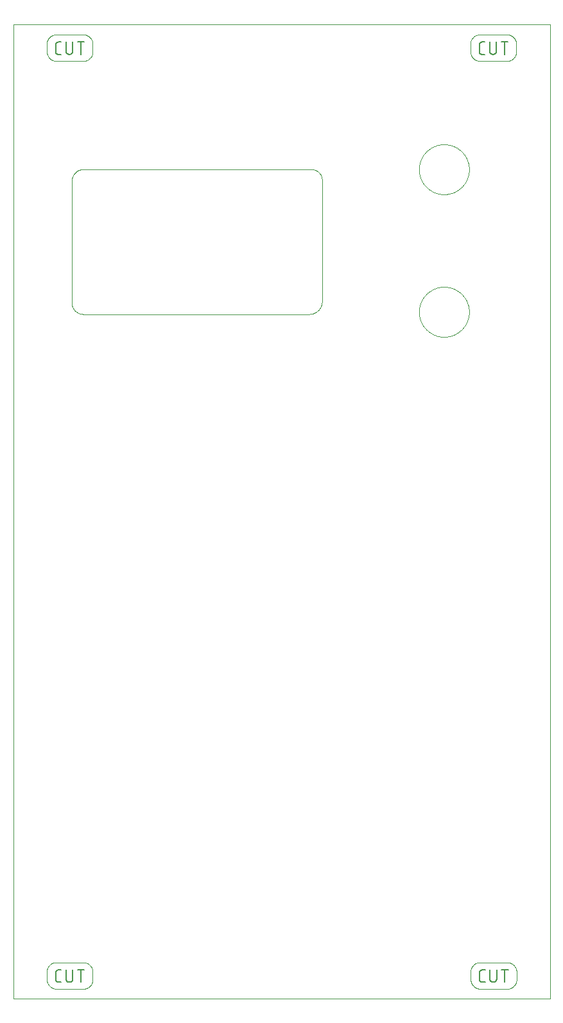
<source format=gbp>
G75*
%MOIN*%
%OFA0B0*%
%FSLAX25Y25*%
%IPPOS*%
%LPD*%
%AMOC8*
5,1,8,0,0,1.08239X$1,22.5*
%
%ADD10C,0.00000*%
%ADD11C,0.00600*%
D10*
X0003589Y0001000D02*
X0003589Y0507000D01*
X0282195Y0507000D01*
X0282195Y0001000D01*
X0003589Y0001000D01*
X0020912Y0011157D02*
X0020912Y0013205D01*
X0020912Y0015016D01*
X0020914Y0015153D01*
X0020920Y0015290D01*
X0020930Y0015427D01*
X0020943Y0015564D01*
X0020961Y0015700D01*
X0020982Y0015835D01*
X0021008Y0015970D01*
X0021037Y0016104D01*
X0021070Y0016237D01*
X0021107Y0016369D01*
X0021147Y0016500D01*
X0021191Y0016630D01*
X0021239Y0016759D01*
X0021291Y0016886D01*
X0021346Y0017011D01*
X0021405Y0017135D01*
X0021467Y0017257D01*
X0021533Y0017378D01*
X0021602Y0017496D01*
X0021674Y0017613D01*
X0021750Y0017727D01*
X0021829Y0017839D01*
X0021911Y0017949D01*
X0021997Y0018056D01*
X0022085Y0018161D01*
X0022176Y0018264D01*
X0022271Y0018363D01*
X0022368Y0018460D01*
X0022467Y0018555D01*
X0022570Y0018646D01*
X0022675Y0018734D01*
X0022782Y0018820D01*
X0022892Y0018902D01*
X0023004Y0018981D01*
X0023118Y0019057D01*
X0023235Y0019129D01*
X0023353Y0019198D01*
X0023474Y0019264D01*
X0023596Y0019326D01*
X0023720Y0019385D01*
X0023845Y0019440D01*
X0023972Y0019492D01*
X0024101Y0019540D01*
X0024231Y0019584D01*
X0024362Y0019624D01*
X0024494Y0019661D01*
X0024627Y0019694D01*
X0024761Y0019723D01*
X0024896Y0019749D01*
X0025031Y0019770D01*
X0025167Y0019788D01*
X0025304Y0019801D01*
X0025441Y0019811D01*
X0025578Y0019817D01*
X0025715Y0019819D01*
X0039809Y0019819D01*
X0039948Y0019817D01*
X0040087Y0019811D01*
X0040226Y0019801D01*
X0040364Y0019788D01*
X0040502Y0019770D01*
X0040640Y0019749D01*
X0040777Y0019724D01*
X0040913Y0019695D01*
X0041048Y0019662D01*
X0041182Y0019625D01*
X0041316Y0019585D01*
X0041448Y0019541D01*
X0041578Y0019493D01*
X0041707Y0019441D01*
X0041835Y0019386D01*
X0041961Y0019328D01*
X0042086Y0019266D01*
X0042209Y0019200D01*
X0042330Y0019131D01*
X0042448Y0019059D01*
X0042565Y0018983D01*
X0042680Y0018904D01*
X0042792Y0018822D01*
X0042902Y0018737D01*
X0043010Y0018648D01*
X0043115Y0018557D01*
X0043217Y0018463D01*
X0043317Y0018366D01*
X0043414Y0018266D01*
X0043508Y0018164D01*
X0043599Y0018059D01*
X0043688Y0017951D01*
X0043773Y0017841D01*
X0043855Y0017729D01*
X0043934Y0017614D01*
X0044010Y0017497D01*
X0044082Y0017379D01*
X0044151Y0017258D01*
X0044217Y0017135D01*
X0044279Y0017010D01*
X0044337Y0016884D01*
X0044392Y0016756D01*
X0044444Y0016627D01*
X0044492Y0016497D01*
X0044536Y0016365D01*
X0044576Y0016231D01*
X0044613Y0016097D01*
X0044646Y0015962D01*
X0044675Y0015826D01*
X0044700Y0015689D01*
X0044721Y0015551D01*
X0044739Y0015413D01*
X0044752Y0015275D01*
X0044762Y0015136D01*
X0044768Y0014997D01*
X0044770Y0014858D01*
X0044770Y0013165D01*
X0044770Y0011000D01*
X0044768Y0010861D01*
X0044762Y0010722D01*
X0044752Y0010583D01*
X0044739Y0010445D01*
X0044721Y0010307D01*
X0044700Y0010169D01*
X0044675Y0010032D01*
X0044646Y0009896D01*
X0044613Y0009761D01*
X0044576Y0009627D01*
X0044536Y0009493D01*
X0044492Y0009361D01*
X0044444Y0009231D01*
X0044392Y0009102D01*
X0044337Y0008974D01*
X0044279Y0008848D01*
X0044217Y0008723D01*
X0044151Y0008600D01*
X0044082Y0008479D01*
X0044010Y0008361D01*
X0043934Y0008244D01*
X0043855Y0008129D01*
X0043773Y0008017D01*
X0043688Y0007907D01*
X0043599Y0007799D01*
X0043508Y0007694D01*
X0043414Y0007592D01*
X0043317Y0007492D01*
X0043217Y0007395D01*
X0043115Y0007301D01*
X0043010Y0007210D01*
X0042902Y0007121D01*
X0042792Y0007036D01*
X0042680Y0006954D01*
X0042565Y0006875D01*
X0042448Y0006799D01*
X0042330Y0006727D01*
X0042209Y0006658D01*
X0042086Y0006592D01*
X0041961Y0006530D01*
X0041835Y0006472D01*
X0041707Y0006417D01*
X0041578Y0006365D01*
X0041448Y0006317D01*
X0041316Y0006273D01*
X0041182Y0006233D01*
X0041048Y0006196D01*
X0040913Y0006163D01*
X0040777Y0006134D01*
X0040640Y0006109D01*
X0040502Y0006088D01*
X0040364Y0006070D01*
X0040226Y0006057D01*
X0040087Y0006047D01*
X0039948Y0006041D01*
X0039809Y0006039D01*
X0026030Y0006039D01*
X0025889Y0006041D01*
X0025748Y0006047D01*
X0025607Y0006056D01*
X0025467Y0006070D01*
X0025327Y0006088D01*
X0025188Y0006109D01*
X0025049Y0006134D01*
X0024911Y0006163D01*
X0024774Y0006196D01*
X0024637Y0006232D01*
X0024502Y0006272D01*
X0024368Y0006316D01*
X0024235Y0006364D01*
X0024104Y0006415D01*
X0023974Y0006470D01*
X0023846Y0006529D01*
X0023719Y0006590D01*
X0023594Y0006656D01*
X0023471Y0006725D01*
X0023350Y0006797D01*
X0023231Y0006872D01*
X0023114Y0006951D01*
X0022999Y0007033D01*
X0022886Y0007118D01*
X0022776Y0007206D01*
X0022669Y0007297D01*
X0022564Y0007392D01*
X0022461Y0007489D01*
X0022362Y0007588D01*
X0022265Y0007691D01*
X0022170Y0007796D01*
X0022079Y0007903D01*
X0021991Y0008013D01*
X0021906Y0008126D01*
X0021824Y0008241D01*
X0021745Y0008358D01*
X0021670Y0008477D01*
X0021598Y0008598D01*
X0021529Y0008721D01*
X0021463Y0008846D01*
X0021402Y0008973D01*
X0021343Y0009101D01*
X0021288Y0009231D01*
X0021237Y0009362D01*
X0021189Y0009495D01*
X0021145Y0009629D01*
X0021105Y0009764D01*
X0021069Y0009901D01*
X0021036Y0010038D01*
X0021007Y0010176D01*
X0020982Y0010315D01*
X0020961Y0010454D01*
X0020943Y0010594D01*
X0020929Y0010734D01*
X0020920Y0010875D01*
X0020914Y0011016D01*
X0020912Y0011157D01*
X0039809Y0356512D02*
X0157132Y0356512D01*
X0157294Y0356514D01*
X0157455Y0356520D01*
X0157617Y0356530D01*
X0157778Y0356543D01*
X0157939Y0356561D01*
X0158099Y0356582D01*
X0158259Y0356608D01*
X0158418Y0356637D01*
X0158576Y0356670D01*
X0158734Y0356706D01*
X0158890Y0356747D01*
X0159046Y0356791D01*
X0159200Y0356840D01*
X0159353Y0356891D01*
X0159505Y0356947D01*
X0159656Y0357006D01*
X0159805Y0357069D01*
X0159952Y0357135D01*
X0160098Y0357205D01*
X0160242Y0357279D01*
X0160385Y0357356D01*
X0160525Y0357436D01*
X0160663Y0357520D01*
X0160800Y0357607D01*
X0160934Y0357697D01*
X0161066Y0357790D01*
X0161196Y0357887D01*
X0161323Y0357987D01*
X0161448Y0358089D01*
X0161570Y0358195D01*
X0161690Y0358304D01*
X0161807Y0358415D01*
X0161922Y0358530D01*
X0162033Y0358647D01*
X0162142Y0358767D01*
X0162248Y0358889D01*
X0162350Y0359014D01*
X0162450Y0359141D01*
X0162547Y0359271D01*
X0162640Y0359403D01*
X0162730Y0359537D01*
X0162817Y0359674D01*
X0162901Y0359812D01*
X0162981Y0359952D01*
X0163058Y0360095D01*
X0163132Y0360239D01*
X0163202Y0360385D01*
X0163268Y0360532D01*
X0163331Y0360681D01*
X0163390Y0360832D01*
X0163446Y0360984D01*
X0163497Y0361137D01*
X0163546Y0361291D01*
X0163590Y0361447D01*
X0163631Y0361603D01*
X0163667Y0361761D01*
X0163700Y0361919D01*
X0163729Y0362078D01*
X0163755Y0362238D01*
X0163776Y0362398D01*
X0163794Y0362559D01*
X0163807Y0362720D01*
X0163817Y0362882D01*
X0163823Y0363043D01*
X0163825Y0363205D01*
X0163825Y0424622D01*
X0163825Y0426197D01*
X0163823Y0426344D01*
X0163817Y0426490D01*
X0163807Y0426637D01*
X0163794Y0426783D01*
X0163776Y0426929D01*
X0163755Y0427074D01*
X0163730Y0427218D01*
X0163700Y0427362D01*
X0163668Y0427505D01*
X0163631Y0427647D01*
X0163590Y0427788D01*
X0163546Y0427928D01*
X0163498Y0428067D01*
X0163447Y0428204D01*
X0163391Y0428340D01*
X0163332Y0428475D01*
X0163270Y0428607D01*
X0163204Y0428739D01*
X0163135Y0428868D01*
X0163062Y0428995D01*
X0162986Y0429121D01*
X0162906Y0429244D01*
X0162823Y0429365D01*
X0162738Y0429484D01*
X0162648Y0429601D01*
X0162556Y0429715D01*
X0162461Y0429827D01*
X0162363Y0429936D01*
X0162262Y0430042D01*
X0162158Y0430146D01*
X0162052Y0430247D01*
X0161943Y0430345D01*
X0161831Y0430440D01*
X0161717Y0430532D01*
X0161600Y0430622D01*
X0161481Y0430707D01*
X0161360Y0430790D01*
X0161237Y0430870D01*
X0161111Y0430946D01*
X0160984Y0431019D01*
X0160855Y0431088D01*
X0160723Y0431154D01*
X0160591Y0431216D01*
X0160456Y0431275D01*
X0160320Y0431331D01*
X0160183Y0431382D01*
X0160044Y0431430D01*
X0159904Y0431474D01*
X0159763Y0431515D01*
X0159621Y0431552D01*
X0159478Y0431584D01*
X0159334Y0431614D01*
X0159190Y0431639D01*
X0159045Y0431660D01*
X0158899Y0431678D01*
X0158753Y0431691D01*
X0158606Y0431701D01*
X0158460Y0431707D01*
X0158313Y0431709D01*
X0039809Y0431709D01*
X0039657Y0431707D01*
X0039505Y0431701D01*
X0039353Y0431691D01*
X0039202Y0431678D01*
X0039051Y0431660D01*
X0038900Y0431639D01*
X0038750Y0431613D01*
X0038601Y0431584D01*
X0038452Y0431551D01*
X0038305Y0431514D01*
X0038158Y0431474D01*
X0038013Y0431429D01*
X0037869Y0431381D01*
X0037726Y0431329D01*
X0037584Y0431274D01*
X0037444Y0431215D01*
X0037305Y0431152D01*
X0037168Y0431086D01*
X0037033Y0431016D01*
X0036900Y0430943D01*
X0036769Y0430866D01*
X0036639Y0430786D01*
X0036512Y0430703D01*
X0036387Y0430617D01*
X0036264Y0430527D01*
X0036144Y0430434D01*
X0036026Y0430338D01*
X0035910Y0430239D01*
X0035797Y0430137D01*
X0035687Y0430033D01*
X0035579Y0429925D01*
X0035475Y0429815D01*
X0035373Y0429702D01*
X0035274Y0429586D01*
X0035178Y0429468D01*
X0035085Y0429348D01*
X0034995Y0429225D01*
X0034909Y0429100D01*
X0034826Y0428973D01*
X0034746Y0428843D01*
X0034669Y0428712D01*
X0034596Y0428579D01*
X0034526Y0428444D01*
X0034460Y0428307D01*
X0034397Y0428168D01*
X0034338Y0428028D01*
X0034283Y0427886D01*
X0034231Y0427743D01*
X0034183Y0427599D01*
X0034138Y0427454D01*
X0034098Y0427307D01*
X0034061Y0427160D01*
X0034028Y0427011D01*
X0033999Y0426862D01*
X0033973Y0426712D01*
X0033952Y0426561D01*
X0033934Y0426410D01*
X0033921Y0426259D01*
X0033911Y0426107D01*
X0033905Y0425955D01*
X0033903Y0425803D01*
X0033904Y0425803D02*
X0033904Y0425016D01*
X0033904Y0363205D01*
X0033903Y0363205D02*
X0033886Y0363053D01*
X0033873Y0362901D01*
X0033864Y0362748D01*
X0033858Y0362595D01*
X0033857Y0362442D01*
X0033860Y0362290D01*
X0033866Y0362137D01*
X0033876Y0361984D01*
X0033891Y0361832D01*
X0033909Y0361680D01*
X0033931Y0361529D01*
X0033957Y0361378D01*
X0033987Y0361228D01*
X0034020Y0361079D01*
X0034058Y0360931D01*
X0034099Y0360784D01*
X0034144Y0360637D01*
X0034193Y0360493D01*
X0034245Y0360349D01*
X0034302Y0360207D01*
X0034361Y0360066D01*
X0034425Y0359927D01*
X0034492Y0359789D01*
X0034562Y0359654D01*
X0034636Y0359520D01*
X0034714Y0359388D01*
X0034794Y0359258D01*
X0034878Y0359130D01*
X0034966Y0359005D01*
X0035056Y0358881D01*
X0035150Y0358760D01*
X0035246Y0358642D01*
X0035346Y0358526D01*
X0035449Y0358413D01*
X0035554Y0358302D01*
X0035662Y0358194D01*
X0035773Y0358089D01*
X0035887Y0357987D01*
X0036004Y0357887D01*
X0036122Y0357791D01*
X0036244Y0357698D01*
X0036367Y0357608D01*
X0036493Y0357521D01*
X0036621Y0357438D01*
X0036751Y0357357D01*
X0036884Y0357281D01*
X0037018Y0357207D01*
X0037154Y0357137D01*
X0037291Y0357071D01*
X0037431Y0357008D01*
X0037572Y0356949D01*
X0037714Y0356893D01*
X0037858Y0356841D01*
X0038003Y0356793D01*
X0038149Y0356748D01*
X0038297Y0356707D01*
X0038445Y0356670D01*
X0038594Y0356637D01*
X0038744Y0356608D01*
X0038895Y0356583D01*
X0039047Y0356561D01*
X0039198Y0356543D01*
X0039351Y0356530D01*
X0039503Y0356520D01*
X0039656Y0356514D01*
X0039809Y0356512D01*
X0039809Y0487929D02*
X0026030Y0487929D01*
X0025889Y0487931D01*
X0025748Y0487937D01*
X0025607Y0487946D01*
X0025467Y0487960D01*
X0025327Y0487978D01*
X0025188Y0487999D01*
X0025049Y0488024D01*
X0024911Y0488053D01*
X0024774Y0488086D01*
X0024637Y0488122D01*
X0024502Y0488162D01*
X0024368Y0488206D01*
X0024235Y0488254D01*
X0024104Y0488305D01*
X0023974Y0488360D01*
X0023846Y0488419D01*
X0023719Y0488480D01*
X0023594Y0488546D01*
X0023471Y0488615D01*
X0023350Y0488687D01*
X0023231Y0488762D01*
X0023114Y0488841D01*
X0022999Y0488923D01*
X0022886Y0489008D01*
X0022776Y0489096D01*
X0022669Y0489187D01*
X0022564Y0489282D01*
X0022461Y0489379D01*
X0022362Y0489478D01*
X0022265Y0489581D01*
X0022170Y0489686D01*
X0022079Y0489793D01*
X0021991Y0489903D01*
X0021906Y0490016D01*
X0021824Y0490131D01*
X0021745Y0490248D01*
X0021670Y0490367D01*
X0021598Y0490488D01*
X0021529Y0490611D01*
X0021463Y0490736D01*
X0021402Y0490863D01*
X0021343Y0490991D01*
X0021288Y0491121D01*
X0021237Y0491252D01*
X0021189Y0491385D01*
X0021145Y0491519D01*
X0021105Y0491654D01*
X0021069Y0491791D01*
X0021036Y0491928D01*
X0021007Y0492066D01*
X0020982Y0492205D01*
X0020961Y0492344D01*
X0020943Y0492484D01*
X0020929Y0492624D01*
X0020920Y0492765D01*
X0020914Y0492906D01*
X0020912Y0493047D01*
X0020912Y0495094D01*
X0020912Y0496906D01*
X0020914Y0497043D01*
X0020920Y0497180D01*
X0020930Y0497317D01*
X0020943Y0497454D01*
X0020961Y0497590D01*
X0020982Y0497725D01*
X0021008Y0497860D01*
X0021037Y0497994D01*
X0021070Y0498127D01*
X0021107Y0498259D01*
X0021147Y0498390D01*
X0021191Y0498520D01*
X0021239Y0498649D01*
X0021291Y0498776D01*
X0021346Y0498901D01*
X0021405Y0499025D01*
X0021467Y0499147D01*
X0021533Y0499268D01*
X0021602Y0499386D01*
X0021674Y0499503D01*
X0021750Y0499617D01*
X0021829Y0499729D01*
X0021911Y0499839D01*
X0021997Y0499946D01*
X0022085Y0500051D01*
X0022176Y0500154D01*
X0022271Y0500253D01*
X0022368Y0500350D01*
X0022467Y0500445D01*
X0022570Y0500536D01*
X0022675Y0500624D01*
X0022782Y0500710D01*
X0022892Y0500792D01*
X0023004Y0500871D01*
X0023118Y0500947D01*
X0023235Y0501019D01*
X0023353Y0501088D01*
X0023474Y0501154D01*
X0023596Y0501216D01*
X0023720Y0501275D01*
X0023845Y0501330D01*
X0023972Y0501382D01*
X0024101Y0501430D01*
X0024231Y0501474D01*
X0024362Y0501514D01*
X0024494Y0501551D01*
X0024627Y0501584D01*
X0024761Y0501613D01*
X0024896Y0501639D01*
X0025031Y0501660D01*
X0025167Y0501678D01*
X0025304Y0501691D01*
X0025441Y0501701D01*
X0025578Y0501707D01*
X0025715Y0501709D01*
X0039809Y0501709D01*
X0039948Y0501707D01*
X0040087Y0501701D01*
X0040226Y0501691D01*
X0040364Y0501678D01*
X0040502Y0501660D01*
X0040640Y0501639D01*
X0040777Y0501614D01*
X0040913Y0501585D01*
X0041048Y0501552D01*
X0041182Y0501515D01*
X0041316Y0501475D01*
X0041448Y0501431D01*
X0041578Y0501383D01*
X0041707Y0501331D01*
X0041835Y0501276D01*
X0041961Y0501218D01*
X0042086Y0501156D01*
X0042209Y0501090D01*
X0042330Y0501021D01*
X0042448Y0500949D01*
X0042565Y0500873D01*
X0042680Y0500794D01*
X0042792Y0500712D01*
X0042902Y0500627D01*
X0043010Y0500538D01*
X0043115Y0500447D01*
X0043217Y0500353D01*
X0043317Y0500256D01*
X0043414Y0500156D01*
X0043508Y0500054D01*
X0043599Y0499949D01*
X0043688Y0499841D01*
X0043773Y0499731D01*
X0043855Y0499619D01*
X0043934Y0499504D01*
X0044010Y0499387D01*
X0044082Y0499269D01*
X0044151Y0499148D01*
X0044217Y0499025D01*
X0044279Y0498900D01*
X0044337Y0498774D01*
X0044392Y0498646D01*
X0044444Y0498517D01*
X0044492Y0498387D01*
X0044536Y0498255D01*
X0044576Y0498121D01*
X0044613Y0497987D01*
X0044646Y0497852D01*
X0044675Y0497716D01*
X0044700Y0497579D01*
X0044721Y0497441D01*
X0044739Y0497303D01*
X0044752Y0497165D01*
X0044762Y0497026D01*
X0044768Y0496887D01*
X0044770Y0496748D01*
X0044770Y0495055D01*
X0044770Y0492890D01*
X0044768Y0492751D01*
X0044762Y0492612D01*
X0044752Y0492473D01*
X0044739Y0492335D01*
X0044721Y0492197D01*
X0044700Y0492059D01*
X0044675Y0491922D01*
X0044646Y0491786D01*
X0044613Y0491651D01*
X0044576Y0491517D01*
X0044536Y0491383D01*
X0044492Y0491251D01*
X0044444Y0491121D01*
X0044392Y0490992D01*
X0044337Y0490864D01*
X0044279Y0490738D01*
X0044217Y0490613D01*
X0044151Y0490490D01*
X0044082Y0490369D01*
X0044010Y0490251D01*
X0043934Y0490134D01*
X0043855Y0490019D01*
X0043773Y0489907D01*
X0043688Y0489797D01*
X0043599Y0489689D01*
X0043508Y0489584D01*
X0043414Y0489482D01*
X0043317Y0489382D01*
X0043217Y0489285D01*
X0043115Y0489191D01*
X0043010Y0489100D01*
X0042902Y0489011D01*
X0042792Y0488926D01*
X0042680Y0488844D01*
X0042565Y0488765D01*
X0042448Y0488689D01*
X0042330Y0488617D01*
X0042209Y0488548D01*
X0042086Y0488482D01*
X0041961Y0488420D01*
X0041835Y0488362D01*
X0041707Y0488307D01*
X0041578Y0488255D01*
X0041448Y0488207D01*
X0041316Y0488163D01*
X0041182Y0488123D01*
X0041048Y0488086D01*
X0040913Y0488053D01*
X0040777Y0488024D01*
X0040640Y0487999D01*
X0040502Y0487978D01*
X0040364Y0487960D01*
X0040226Y0487947D01*
X0040087Y0487937D01*
X0039948Y0487931D01*
X0039809Y0487929D01*
X0214219Y0431709D02*
X0214223Y0432028D01*
X0214235Y0432346D01*
X0214254Y0432665D01*
X0214282Y0432982D01*
X0214317Y0433299D01*
X0214360Y0433615D01*
X0214410Y0433930D01*
X0214469Y0434244D01*
X0214535Y0434556D01*
X0214608Y0434866D01*
X0214690Y0435174D01*
X0214778Y0435480D01*
X0214875Y0435784D01*
X0214978Y0436086D01*
X0215090Y0436385D01*
X0215208Y0436681D01*
X0215334Y0436974D01*
X0215466Y0437264D01*
X0215606Y0437550D01*
X0215753Y0437833D01*
X0215907Y0438113D01*
X0216067Y0438388D01*
X0216235Y0438660D01*
X0216409Y0438927D01*
X0216589Y0439190D01*
X0216776Y0439448D01*
X0216969Y0439702D01*
X0217168Y0439951D01*
X0217373Y0440195D01*
X0217585Y0440434D01*
X0217802Y0440668D01*
X0218024Y0440896D01*
X0218252Y0441118D01*
X0218486Y0441335D01*
X0218725Y0441547D01*
X0218969Y0441752D01*
X0219218Y0441951D01*
X0219472Y0442144D01*
X0219730Y0442331D01*
X0219993Y0442511D01*
X0220260Y0442685D01*
X0220532Y0442853D01*
X0220807Y0443013D01*
X0221087Y0443167D01*
X0221370Y0443314D01*
X0221656Y0443454D01*
X0221946Y0443586D01*
X0222239Y0443712D01*
X0222535Y0443830D01*
X0222834Y0443942D01*
X0223136Y0444045D01*
X0223440Y0444142D01*
X0223746Y0444230D01*
X0224054Y0444312D01*
X0224364Y0444385D01*
X0224676Y0444451D01*
X0224990Y0444510D01*
X0225305Y0444560D01*
X0225621Y0444603D01*
X0225938Y0444638D01*
X0226255Y0444666D01*
X0226574Y0444685D01*
X0226892Y0444697D01*
X0227211Y0444701D01*
X0227530Y0444697D01*
X0227848Y0444685D01*
X0228167Y0444666D01*
X0228484Y0444638D01*
X0228801Y0444603D01*
X0229117Y0444560D01*
X0229432Y0444510D01*
X0229746Y0444451D01*
X0230058Y0444385D01*
X0230368Y0444312D01*
X0230676Y0444230D01*
X0230982Y0444142D01*
X0231286Y0444045D01*
X0231588Y0443942D01*
X0231887Y0443830D01*
X0232183Y0443712D01*
X0232476Y0443586D01*
X0232766Y0443454D01*
X0233052Y0443314D01*
X0233335Y0443167D01*
X0233615Y0443013D01*
X0233890Y0442853D01*
X0234162Y0442685D01*
X0234429Y0442511D01*
X0234692Y0442331D01*
X0234950Y0442144D01*
X0235204Y0441951D01*
X0235453Y0441752D01*
X0235697Y0441547D01*
X0235936Y0441335D01*
X0236170Y0441118D01*
X0236398Y0440896D01*
X0236620Y0440668D01*
X0236837Y0440434D01*
X0237049Y0440195D01*
X0237254Y0439951D01*
X0237453Y0439702D01*
X0237646Y0439448D01*
X0237833Y0439190D01*
X0238013Y0438927D01*
X0238187Y0438660D01*
X0238355Y0438388D01*
X0238515Y0438113D01*
X0238669Y0437833D01*
X0238816Y0437550D01*
X0238956Y0437264D01*
X0239088Y0436974D01*
X0239214Y0436681D01*
X0239332Y0436385D01*
X0239444Y0436086D01*
X0239547Y0435784D01*
X0239644Y0435480D01*
X0239732Y0435174D01*
X0239814Y0434866D01*
X0239887Y0434556D01*
X0239953Y0434244D01*
X0240012Y0433930D01*
X0240062Y0433615D01*
X0240105Y0433299D01*
X0240140Y0432982D01*
X0240168Y0432665D01*
X0240187Y0432346D01*
X0240199Y0432028D01*
X0240203Y0431709D01*
X0240199Y0431390D01*
X0240187Y0431072D01*
X0240168Y0430753D01*
X0240140Y0430436D01*
X0240105Y0430119D01*
X0240062Y0429803D01*
X0240012Y0429488D01*
X0239953Y0429174D01*
X0239887Y0428862D01*
X0239814Y0428552D01*
X0239732Y0428244D01*
X0239644Y0427938D01*
X0239547Y0427634D01*
X0239444Y0427332D01*
X0239332Y0427033D01*
X0239214Y0426737D01*
X0239088Y0426444D01*
X0238956Y0426154D01*
X0238816Y0425868D01*
X0238669Y0425585D01*
X0238515Y0425305D01*
X0238355Y0425030D01*
X0238187Y0424758D01*
X0238013Y0424491D01*
X0237833Y0424228D01*
X0237646Y0423970D01*
X0237453Y0423716D01*
X0237254Y0423467D01*
X0237049Y0423223D01*
X0236837Y0422984D01*
X0236620Y0422750D01*
X0236398Y0422522D01*
X0236170Y0422300D01*
X0235936Y0422083D01*
X0235697Y0421871D01*
X0235453Y0421666D01*
X0235204Y0421467D01*
X0234950Y0421274D01*
X0234692Y0421087D01*
X0234429Y0420907D01*
X0234162Y0420733D01*
X0233890Y0420565D01*
X0233615Y0420405D01*
X0233335Y0420251D01*
X0233052Y0420104D01*
X0232766Y0419964D01*
X0232476Y0419832D01*
X0232183Y0419706D01*
X0231887Y0419588D01*
X0231588Y0419476D01*
X0231286Y0419373D01*
X0230982Y0419276D01*
X0230676Y0419188D01*
X0230368Y0419106D01*
X0230058Y0419033D01*
X0229746Y0418967D01*
X0229432Y0418908D01*
X0229117Y0418858D01*
X0228801Y0418815D01*
X0228484Y0418780D01*
X0228167Y0418752D01*
X0227848Y0418733D01*
X0227530Y0418721D01*
X0227211Y0418717D01*
X0226892Y0418721D01*
X0226574Y0418733D01*
X0226255Y0418752D01*
X0225938Y0418780D01*
X0225621Y0418815D01*
X0225305Y0418858D01*
X0224990Y0418908D01*
X0224676Y0418967D01*
X0224364Y0419033D01*
X0224054Y0419106D01*
X0223746Y0419188D01*
X0223440Y0419276D01*
X0223136Y0419373D01*
X0222834Y0419476D01*
X0222535Y0419588D01*
X0222239Y0419706D01*
X0221946Y0419832D01*
X0221656Y0419964D01*
X0221370Y0420104D01*
X0221087Y0420251D01*
X0220807Y0420405D01*
X0220532Y0420565D01*
X0220260Y0420733D01*
X0219993Y0420907D01*
X0219730Y0421087D01*
X0219472Y0421274D01*
X0219218Y0421467D01*
X0218969Y0421666D01*
X0218725Y0421871D01*
X0218486Y0422083D01*
X0218252Y0422300D01*
X0218024Y0422522D01*
X0217802Y0422750D01*
X0217585Y0422984D01*
X0217373Y0423223D01*
X0217168Y0423467D01*
X0216969Y0423716D01*
X0216776Y0423970D01*
X0216589Y0424228D01*
X0216409Y0424491D01*
X0216235Y0424758D01*
X0216067Y0425030D01*
X0215907Y0425305D01*
X0215753Y0425585D01*
X0215606Y0425868D01*
X0215466Y0426154D01*
X0215334Y0426444D01*
X0215208Y0426737D01*
X0215090Y0427033D01*
X0214978Y0427332D01*
X0214875Y0427634D01*
X0214778Y0427938D01*
X0214690Y0428244D01*
X0214608Y0428552D01*
X0214535Y0428862D01*
X0214469Y0429174D01*
X0214410Y0429488D01*
X0214360Y0429803D01*
X0214317Y0430119D01*
X0214282Y0430436D01*
X0214254Y0430753D01*
X0214235Y0431072D01*
X0214223Y0431390D01*
X0214219Y0431709D01*
X0245991Y0487929D02*
X0259770Y0487929D01*
X0259909Y0487931D01*
X0260048Y0487937D01*
X0260187Y0487947D01*
X0260325Y0487960D01*
X0260463Y0487978D01*
X0260601Y0487999D01*
X0260738Y0488024D01*
X0260874Y0488053D01*
X0261009Y0488086D01*
X0261143Y0488123D01*
X0261277Y0488163D01*
X0261409Y0488207D01*
X0261539Y0488255D01*
X0261668Y0488307D01*
X0261796Y0488362D01*
X0261922Y0488420D01*
X0262047Y0488482D01*
X0262170Y0488548D01*
X0262291Y0488617D01*
X0262409Y0488689D01*
X0262526Y0488765D01*
X0262641Y0488844D01*
X0262753Y0488926D01*
X0262863Y0489011D01*
X0262971Y0489100D01*
X0263076Y0489191D01*
X0263178Y0489285D01*
X0263278Y0489382D01*
X0263375Y0489482D01*
X0263469Y0489584D01*
X0263560Y0489689D01*
X0263649Y0489797D01*
X0263734Y0489907D01*
X0263816Y0490019D01*
X0263895Y0490134D01*
X0263971Y0490251D01*
X0264043Y0490369D01*
X0264112Y0490490D01*
X0264178Y0490613D01*
X0264240Y0490738D01*
X0264298Y0490864D01*
X0264353Y0490992D01*
X0264405Y0491121D01*
X0264453Y0491251D01*
X0264497Y0491383D01*
X0264537Y0491517D01*
X0264574Y0491651D01*
X0264607Y0491786D01*
X0264636Y0491922D01*
X0264661Y0492059D01*
X0264682Y0492197D01*
X0264700Y0492335D01*
X0264713Y0492473D01*
X0264723Y0492612D01*
X0264729Y0492751D01*
X0264731Y0492890D01*
X0264731Y0495055D01*
X0264731Y0496748D01*
X0264729Y0496887D01*
X0264723Y0497026D01*
X0264713Y0497165D01*
X0264700Y0497303D01*
X0264682Y0497441D01*
X0264661Y0497579D01*
X0264636Y0497716D01*
X0264607Y0497852D01*
X0264574Y0497987D01*
X0264537Y0498121D01*
X0264497Y0498255D01*
X0264453Y0498387D01*
X0264405Y0498517D01*
X0264353Y0498646D01*
X0264298Y0498774D01*
X0264240Y0498900D01*
X0264178Y0499025D01*
X0264112Y0499148D01*
X0264043Y0499269D01*
X0263971Y0499387D01*
X0263895Y0499504D01*
X0263816Y0499619D01*
X0263734Y0499731D01*
X0263649Y0499841D01*
X0263560Y0499949D01*
X0263469Y0500054D01*
X0263375Y0500156D01*
X0263278Y0500256D01*
X0263178Y0500353D01*
X0263076Y0500447D01*
X0262971Y0500538D01*
X0262863Y0500627D01*
X0262753Y0500712D01*
X0262641Y0500794D01*
X0262526Y0500873D01*
X0262409Y0500949D01*
X0262291Y0501021D01*
X0262170Y0501090D01*
X0262047Y0501156D01*
X0261922Y0501218D01*
X0261796Y0501276D01*
X0261668Y0501331D01*
X0261539Y0501383D01*
X0261409Y0501431D01*
X0261277Y0501475D01*
X0261143Y0501515D01*
X0261009Y0501552D01*
X0260874Y0501585D01*
X0260738Y0501614D01*
X0260601Y0501639D01*
X0260463Y0501660D01*
X0260325Y0501678D01*
X0260187Y0501691D01*
X0260048Y0501701D01*
X0259909Y0501707D01*
X0259770Y0501709D01*
X0245676Y0501709D01*
X0245539Y0501707D01*
X0245402Y0501701D01*
X0245265Y0501691D01*
X0245128Y0501678D01*
X0244992Y0501660D01*
X0244857Y0501639D01*
X0244722Y0501613D01*
X0244588Y0501584D01*
X0244455Y0501551D01*
X0244323Y0501514D01*
X0244192Y0501474D01*
X0244062Y0501430D01*
X0243933Y0501382D01*
X0243806Y0501330D01*
X0243681Y0501275D01*
X0243557Y0501216D01*
X0243435Y0501154D01*
X0243314Y0501088D01*
X0243196Y0501019D01*
X0243079Y0500947D01*
X0242965Y0500871D01*
X0242853Y0500792D01*
X0242743Y0500710D01*
X0242636Y0500624D01*
X0242531Y0500536D01*
X0242428Y0500445D01*
X0242329Y0500350D01*
X0242232Y0500253D01*
X0242137Y0500154D01*
X0242046Y0500051D01*
X0241958Y0499946D01*
X0241872Y0499839D01*
X0241790Y0499729D01*
X0241711Y0499617D01*
X0241635Y0499503D01*
X0241563Y0499386D01*
X0241494Y0499268D01*
X0241428Y0499147D01*
X0241366Y0499025D01*
X0241307Y0498901D01*
X0241252Y0498776D01*
X0241200Y0498649D01*
X0241152Y0498520D01*
X0241108Y0498390D01*
X0241068Y0498259D01*
X0241031Y0498127D01*
X0240998Y0497994D01*
X0240969Y0497860D01*
X0240943Y0497725D01*
X0240922Y0497590D01*
X0240904Y0497454D01*
X0240891Y0497317D01*
X0240881Y0497180D01*
X0240875Y0497043D01*
X0240873Y0496906D01*
X0240872Y0496906D02*
X0240872Y0495094D01*
X0240872Y0493047D01*
X0240873Y0493047D02*
X0240875Y0492906D01*
X0240881Y0492765D01*
X0240890Y0492624D01*
X0240904Y0492484D01*
X0240922Y0492344D01*
X0240943Y0492205D01*
X0240968Y0492066D01*
X0240997Y0491928D01*
X0241030Y0491791D01*
X0241066Y0491654D01*
X0241106Y0491519D01*
X0241150Y0491385D01*
X0241198Y0491252D01*
X0241249Y0491121D01*
X0241304Y0490991D01*
X0241363Y0490863D01*
X0241424Y0490736D01*
X0241490Y0490611D01*
X0241559Y0490488D01*
X0241631Y0490367D01*
X0241706Y0490248D01*
X0241785Y0490131D01*
X0241867Y0490016D01*
X0241952Y0489903D01*
X0242040Y0489793D01*
X0242131Y0489686D01*
X0242226Y0489581D01*
X0242323Y0489478D01*
X0242422Y0489379D01*
X0242525Y0489282D01*
X0242630Y0489187D01*
X0242737Y0489096D01*
X0242847Y0489008D01*
X0242960Y0488923D01*
X0243075Y0488841D01*
X0243192Y0488762D01*
X0243311Y0488687D01*
X0243432Y0488615D01*
X0243555Y0488546D01*
X0243680Y0488480D01*
X0243807Y0488419D01*
X0243935Y0488360D01*
X0244065Y0488305D01*
X0244196Y0488254D01*
X0244329Y0488206D01*
X0244463Y0488162D01*
X0244598Y0488122D01*
X0244735Y0488086D01*
X0244872Y0488053D01*
X0245010Y0488024D01*
X0245149Y0487999D01*
X0245288Y0487978D01*
X0245428Y0487960D01*
X0245568Y0487946D01*
X0245709Y0487937D01*
X0245850Y0487931D01*
X0245991Y0487929D01*
X0214219Y0357693D02*
X0214223Y0358012D01*
X0214235Y0358330D01*
X0214254Y0358649D01*
X0214282Y0358966D01*
X0214317Y0359283D01*
X0214360Y0359599D01*
X0214410Y0359914D01*
X0214469Y0360228D01*
X0214535Y0360540D01*
X0214608Y0360850D01*
X0214690Y0361158D01*
X0214778Y0361464D01*
X0214875Y0361768D01*
X0214978Y0362070D01*
X0215090Y0362369D01*
X0215208Y0362665D01*
X0215334Y0362958D01*
X0215466Y0363248D01*
X0215606Y0363534D01*
X0215753Y0363817D01*
X0215907Y0364097D01*
X0216067Y0364372D01*
X0216235Y0364644D01*
X0216409Y0364911D01*
X0216589Y0365174D01*
X0216776Y0365432D01*
X0216969Y0365686D01*
X0217168Y0365935D01*
X0217373Y0366179D01*
X0217585Y0366418D01*
X0217802Y0366652D01*
X0218024Y0366880D01*
X0218252Y0367102D01*
X0218486Y0367319D01*
X0218725Y0367531D01*
X0218969Y0367736D01*
X0219218Y0367935D01*
X0219472Y0368128D01*
X0219730Y0368315D01*
X0219993Y0368495D01*
X0220260Y0368669D01*
X0220532Y0368837D01*
X0220807Y0368997D01*
X0221087Y0369151D01*
X0221370Y0369298D01*
X0221656Y0369438D01*
X0221946Y0369570D01*
X0222239Y0369696D01*
X0222535Y0369814D01*
X0222834Y0369926D01*
X0223136Y0370029D01*
X0223440Y0370126D01*
X0223746Y0370214D01*
X0224054Y0370296D01*
X0224364Y0370369D01*
X0224676Y0370435D01*
X0224990Y0370494D01*
X0225305Y0370544D01*
X0225621Y0370587D01*
X0225938Y0370622D01*
X0226255Y0370650D01*
X0226574Y0370669D01*
X0226892Y0370681D01*
X0227211Y0370685D01*
X0227530Y0370681D01*
X0227848Y0370669D01*
X0228167Y0370650D01*
X0228484Y0370622D01*
X0228801Y0370587D01*
X0229117Y0370544D01*
X0229432Y0370494D01*
X0229746Y0370435D01*
X0230058Y0370369D01*
X0230368Y0370296D01*
X0230676Y0370214D01*
X0230982Y0370126D01*
X0231286Y0370029D01*
X0231588Y0369926D01*
X0231887Y0369814D01*
X0232183Y0369696D01*
X0232476Y0369570D01*
X0232766Y0369438D01*
X0233052Y0369298D01*
X0233335Y0369151D01*
X0233615Y0368997D01*
X0233890Y0368837D01*
X0234162Y0368669D01*
X0234429Y0368495D01*
X0234692Y0368315D01*
X0234950Y0368128D01*
X0235204Y0367935D01*
X0235453Y0367736D01*
X0235697Y0367531D01*
X0235936Y0367319D01*
X0236170Y0367102D01*
X0236398Y0366880D01*
X0236620Y0366652D01*
X0236837Y0366418D01*
X0237049Y0366179D01*
X0237254Y0365935D01*
X0237453Y0365686D01*
X0237646Y0365432D01*
X0237833Y0365174D01*
X0238013Y0364911D01*
X0238187Y0364644D01*
X0238355Y0364372D01*
X0238515Y0364097D01*
X0238669Y0363817D01*
X0238816Y0363534D01*
X0238956Y0363248D01*
X0239088Y0362958D01*
X0239214Y0362665D01*
X0239332Y0362369D01*
X0239444Y0362070D01*
X0239547Y0361768D01*
X0239644Y0361464D01*
X0239732Y0361158D01*
X0239814Y0360850D01*
X0239887Y0360540D01*
X0239953Y0360228D01*
X0240012Y0359914D01*
X0240062Y0359599D01*
X0240105Y0359283D01*
X0240140Y0358966D01*
X0240168Y0358649D01*
X0240187Y0358330D01*
X0240199Y0358012D01*
X0240203Y0357693D01*
X0240199Y0357374D01*
X0240187Y0357056D01*
X0240168Y0356737D01*
X0240140Y0356420D01*
X0240105Y0356103D01*
X0240062Y0355787D01*
X0240012Y0355472D01*
X0239953Y0355158D01*
X0239887Y0354846D01*
X0239814Y0354536D01*
X0239732Y0354228D01*
X0239644Y0353922D01*
X0239547Y0353618D01*
X0239444Y0353316D01*
X0239332Y0353017D01*
X0239214Y0352721D01*
X0239088Y0352428D01*
X0238956Y0352138D01*
X0238816Y0351852D01*
X0238669Y0351569D01*
X0238515Y0351289D01*
X0238355Y0351014D01*
X0238187Y0350742D01*
X0238013Y0350475D01*
X0237833Y0350212D01*
X0237646Y0349954D01*
X0237453Y0349700D01*
X0237254Y0349451D01*
X0237049Y0349207D01*
X0236837Y0348968D01*
X0236620Y0348734D01*
X0236398Y0348506D01*
X0236170Y0348284D01*
X0235936Y0348067D01*
X0235697Y0347855D01*
X0235453Y0347650D01*
X0235204Y0347451D01*
X0234950Y0347258D01*
X0234692Y0347071D01*
X0234429Y0346891D01*
X0234162Y0346717D01*
X0233890Y0346549D01*
X0233615Y0346389D01*
X0233335Y0346235D01*
X0233052Y0346088D01*
X0232766Y0345948D01*
X0232476Y0345816D01*
X0232183Y0345690D01*
X0231887Y0345572D01*
X0231588Y0345460D01*
X0231286Y0345357D01*
X0230982Y0345260D01*
X0230676Y0345172D01*
X0230368Y0345090D01*
X0230058Y0345017D01*
X0229746Y0344951D01*
X0229432Y0344892D01*
X0229117Y0344842D01*
X0228801Y0344799D01*
X0228484Y0344764D01*
X0228167Y0344736D01*
X0227848Y0344717D01*
X0227530Y0344705D01*
X0227211Y0344701D01*
X0226892Y0344705D01*
X0226574Y0344717D01*
X0226255Y0344736D01*
X0225938Y0344764D01*
X0225621Y0344799D01*
X0225305Y0344842D01*
X0224990Y0344892D01*
X0224676Y0344951D01*
X0224364Y0345017D01*
X0224054Y0345090D01*
X0223746Y0345172D01*
X0223440Y0345260D01*
X0223136Y0345357D01*
X0222834Y0345460D01*
X0222535Y0345572D01*
X0222239Y0345690D01*
X0221946Y0345816D01*
X0221656Y0345948D01*
X0221370Y0346088D01*
X0221087Y0346235D01*
X0220807Y0346389D01*
X0220532Y0346549D01*
X0220260Y0346717D01*
X0219993Y0346891D01*
X0219730Y0347071D01*
X0219472Y0347258D01*
X0219218Y0347451D01*
X0218969Y0347650D01*
X0218725Y0347855D01*
X0218486Y0348067D01*
X0218252Y0348284D01*
X0218024Y0348506D01*
X0217802Y0348734D01*
X0217585Y0348968D01*
X0217373Y0349207D01*
X0217168Y0349451D01*
X0216969Y0349700D01*
X0216776Y0349954D01*
X0216589Y0350212D01*
X0216409Y0350475D01*
X0216235Y0350742D01*
X0216067Y0351014D01*
X0215907Y0351289D01*
X0215753Y0351569D01*
X0215606Y0351852D01*
X0215466Y0352138D01*
X0215334Y0352428D01*
X0215208Y0352721D01*
X0215090Y0353017D01*
X0214978Y0353316D01*
X0214875Y0353618D01*
X0214778Y0353922D01*
X0214690Y0354228D01*
X0214608Y0354536D01*
X0214535Y0354846D01*
X0214469Y0355158D01*
X0214410Y0355472D01*
X0214360Y0355787D01*
X0214317Y0356103D01*
X0214282Y0356420D01*
X0214254Y0356737D01*
X0214235Y0357056D01*
X0214223Y0357374D01*
X0214219Y0357693D01*
X0245794Y0019819D02*
X0259888Y0019819D01*
X0260027Y0019817D01*
X0260166Y0019811D01*
X0260305Y0019801D01*
X0260443Y0019788D01*
X0260581Y0019770D01*
X0260719Y0019749D01*
X0260856Y0019724D01*
X0260992Y0019695D01*
X0261127Y0019662D01*
X0261261Y0019625D01*
X0261395Y0019585D01*
X0261527Y0019541D01*
X0261657Y0019493D01*
X0261786Y0019441D01*
X0261914Y0019386D01*
X0262040Y0019328D01*
X0262165Y0019266D01*
X0262288Y0019200D01*
X0262409Y0019131D01*
X0262527Y0019059D01*
X0262644Y0018983D01*
X0262759Y0018904D01*
X0262871Y0018822D01*
X0262981Y0018737D01*
X0263089Y0018648D01*
X0263194Y0018557D01*
X0263296Y0018463D01*
X0263396Y0018366D01*
X0263493Y0018266D01*
X0263587Y0018164D01*
X0263678Y0018059D01*
X0263767Y0017951D01*
X0263852Y0017841D01*
X0263934Y0017729D01*
X0264013Y0017614D01*
X0264089Y0017497D01*
X0264161Y0017379D01*
X0264230Y0017258D01*
X0264296Y0017135D01*
X0264358Y0017010D01*
X0264416Y0016884D01*
X0264471Y0016756D01*
X0264523Y0016627D01*
X0264571Y0016497D01*
X0264615Y0016365D01*
X0264655Y0016231D01*
X0264692Y0016097D01*
X0264725Y0015962D01*
X0264754Y0015826D01*
X0264779Y0015689D01*
X0264800Y0015551D01*
X0264818Y0015413D01*
X0264831Y0015275D01*
X0264841Y0015136D01*
X0264847Y0014997D01*
X0264849Y0014858D01*
X0264849Y0013165D01*
X0264849Y0011000D01*
X0264847Y0010861D01*
X0264841Y0010722D01*
X0264831Y0010583D01*
X0264818Y0010445D01*
X0264800Y0010307D01*
X0264779Y0010169D01*
X0264754Y0010032D01*
X0264725Y0009896D01*
X0264692Y0009761D01*
X0264655Y0009627D01*
X0264615Y0009493D01*
X0264571Y0009361D01*
X0264523Y0009231D01*
X0264471Y0009102D01*
X0264416Y0008974D01*
X0264358Y0008848D01*
X0264296Y0008723D01*
X0264230Y0008600D01*
X0264161Y0008479D01*
X0264089Y0008361D01*
X0264013Y0008244D01*
X0263934Y0008129D01*
X0263852Y0008017D01*
X0263767Y0007907D01*
X0263678Y0007799D01*
X0263587Y0007694D01*
X0263493Y0007592D01*
X0263396Y0007492D01*
X0263296Y0007395D01*
X0263194Y0007301D01*
X0263089Y0007210D01*
X0262981Y0007121D01*
X0262871Y0007036D01*
X0262759Y0006954D01*
X0262644Y0006875D01*
X0262527Y0006799D01*
X0262409Y0006727D01*
X0262288Y0006658D01*
X0262165Y0006592D01*
X0262040Y0006530D01*
X0261914Y0006472D01*
X0261786Y0006417D01*
X0261657Y0006365D01*
X0261527Y0006317D01*
X0261395Y0006273D01*
X0261261Y0006233D01*
X0261127Y0006196D01*
X0260992Y0006163D01*
X0260856Y0006134D01*
X0260719Y0006109D01*
X0260581Y0006088D01*
X0260443Y0006070D01*
X0260305Y0006057D01*
X0260166Y0006047D01*
X0260027Y0006041D01*
X0259888Y0006039D01*
X0246109Y0006039D01*
X0245968Y0006041D01*
X0245827Y0006047D01*
X0245686Y0006056D01*
X0245546Y0006070D01*
X0245406Y0006088D01*
X0245267Y0006109D01*
X0245128Y0006134D01*
X0244990Y0006163D01*
X0244853Y0006196D01*
X0244716Y0006232D01*
X0244581Y0006272D01*
X0244447Y0006316D01*
X0244314Y0006364D01*
X0244183Y0006415D01*
X0244053Y0006470D01*
X0243925Y0006529D01*
X0243798Y0006590D01*
X0243673Y0006656D01*
X0243550Y0006725D01*
X0243429Y0006797D01*
X0243310Y0006872D01*
X0243193Y0006951D01*
X0243078Y0007033D01*
X0242965Y0007118D01*
X0242855Y0007206D01*
X0242748Y0007297D01*
X0242643Y0007392D01*
X0242540Y0007489D01*
X0242441Y0007588D01*
X0242344Y0007691D01*
X0242249Y0007796D01*
X0242158Y0007903D01*
X0242070Y0008013D01*
X0241985Y0008126D01*
X0241903Y0008241D01*
X0241824Y0008358D01*
X0241749Y0008477D01*
X0241677Y0008598D01*
X0241608Y0008721D01*
X0241542Y0008846D01*
X0241481Y0008973D01*
X0241422Y0009101D01*
X0241367Y0009231D01*
X0241316Y0009362D01*
X0241268Y0009495D01*
X0241224Y0009629D01*
X0241184Y0009764D01*
X0241148Y0009901D01*
X0241115Y0010038D01*
X0241086Y0010176D01*
X0241061Y0010315D01*
X0241040Y0010454D01*
X0241022Y0010594D01*
X0241008Y0010734D01*
X0240999Y0010875D01*
X0240993Y0011016D01*
X0240991Y0011157D01*
X0240991Y0013205D01*
X0240991Y0015016D01*
X0240993Y0015153D01*
X0240999Y0015290D01*
X0241009Y0015427D01*
X0241022Y0015564D01*
X0241040Y0015700D01*
X0241061Y0015835D01*
X0241087Y0015970D01*
X0241116Y0016104D01*
X0241149Y0016237D01*
X0241186Y0016369D01*
X0241226Y0016500D01*
X0241270Y0016630D01*
X0241318Y0016759D01*
X0241370Y0016886D01*
X0241425Y0017011D01*
X0241484Y0017135D01*
X0241546Y0017257D01*
X0241612Y0017378D01*
X0241681Y0017496D01*
X0241753Y0017613D01*
X0241829Y0017727D01*
X0241908Y0017839D01*
X0241990Y0017949D01*
X0242076Y0018056D01*
X0242164Y0018161D01*
X0242255Y0018264D01*
X0242350Y0018363D01*
X0242447Y0018460D01*
X0242546Y0018555D01*
X0242649Y0018646D01*
X0242754Y0018734D01*
X0242861Y0018820D01*
X0242971Y0018902D01*
X0243083Y0018981D01*
X0243197Y0019057D01*
X0243314Y0019129D01*
X0243432Y0019198D01*
X0243553Y0019264D01*
X0243675Y0019326D01*
X0243799Y0019385D01*
X0243924Y0019440D01*
X0244051Y0019492D01*
X0244180Y0019540D01*
X0244310Y0019584D01*
X0244441Y0019624D01*
X0244573Y0019661D01*
X0244706Y0019694D01*
X0244840Y0019723D01*
X0244975Y0019749D01*
X0245110Y0019770D01*
X0245246Y0019788D01*
X0245383Y0019801D01*
X0245520Y0019811D01*
X0245657Y0019817D01*
X0245794Y0019819D01*
D11*
X0247043Y0015968D02*
X0248466Y0015968D01*
X0247043Y0015967D02*
X0246969Y0015965D01*
X0246894Y0015959D01*
X0246821Y0015949D01*
X0246747Y0015936D01*
X0246675Y0015919D01*
X0246604Y0015897D01*
X0246533Y0015873D01*
X0246465Y0015844D01*
X0246397Y0015812D01*
X0246332Y0015776D01*
X0246269Y0015738D01*
X0246207Y0015695D01*
X0246148Y0015650D01*
X0246091Y0015602D01*
X0246037Y0015551D01*
X0245986Y0015496D01*
X0245938Y0015440D01*
X0245893Y0015381D01*
X0245850Y0015319D01*
X0245812Y0015256D01*
X0245776Y0015191D01*
X0245744Y0015123D01*
X0245715Y0015055D01*
X0245691Y0014984D01*
X0245669Y0014913D01*
X0245652Y0014841D01*
X0245639Y0014767D01*
X0245629Y0014694D01*
X0245623Y0014619D01*
X0245621Y0014545D01*
X0245621Y0010990D01*
X0245623Y0010916D01*
X0245629Y0010841D01*
X0245639Y0010768D01*
X0245652Y0010694D01*
X0245669Y0010622D01*
X0245691Y0010551D01*
X0245715Y0010480D01*
X0245744Y0010412D01*
X0245776Y0010344D01*
X0245812Y0010279D01*
X0245850Y0010216D01*
X0245893Y0010154D01*
X0245938Y0010095D01*
X0245986Y0010038D01*
X0246037Y0009984D01*
X0246091Y0009933D01*
X0246148Y0009885D01*
X0246207Y0009840D01*
X0246269Y0009797D01*
X0246332Y0009759D01*
X0246397Y0009723D01*
X0246465Y0009691D01*
X0246533Y0009662D01*
X0246604Y0009638D01*
X0246675Y0009616D01*
X0246747Y0009599D01*
X0246821Y0009586D01*
X0246894Y0009576D01*
X0246969Y0009570D01*
X0247043Y0009568D01*
X0248466Y0009568D01*
X0250970Y0011345D02*
X0250970Y0015968D01*
X0254526Y0015968D02*
X0254526Y0011345D01*
X0254524Y0011262D01*
X0254518Y0011179D01*
X0254508Y0011096D01*
X0254495Y0011013D01*
X0254477Y0010932D01*
X0254456Y0010851D01*
X0254431Y0010772D01*
X0254402Y0010694D01*
X0254370Y0010617D01*
X0254334Y0010542D01*
X0254295Y0010468D01*
X0254252Y0010397D01*
X0254206Y0010327D01*
X0254156Y0010260D01*
X0254104Y0010195D01*
X0254049Y0010133D01*
X0253990Y0010073D01*
X0253929Y0010016D01*
X0253866Y0009962D01*
X0253800Y0009911D01*
X0253731Y0009864D01*
X0253661Y0009819D01*
X0253588Y0009778D01*
X0253514Y0009741D01*
X0253438Y0009706D01*
X0253360Y0009676D01*
X0253282Y0009649D01*
X0253201Y0009626D01*
X0253120Y0009606D01*
X0253038Y0009591D01*
X0252956Y0009579D01*
X0252873Y0009571D01*
X0252790Y0009567D01*
X0252706Y0009567D01*
X0252623Y0009571D01*
X0252540Y0009579D01*
X0252458Y0009591D01*
X0252376Y0009606D01*
X0252295Y0009626D01*
X0252214Y0009649D01*
X0252136Y0009676D01*
X0252058Y0009706D01*
X0251982Y0009741D01*
X0251908Y0009778D01*
X0251835Y0009819D01*
X0251765Y0009864D01*
X0251696Y0009911D01*
X0251630Y0009962D01*
X0251567Y0010016D01*
X0251506Y0010073D01*
X0251447Y0010133D01*
X0251392Y0010195D01*
X0251340Y0010260D01*
X0251290Y0010327D01*
X0251244Y0010397D01*
X0251201Y0010468D01*
X0251162Y0010542D01*
X0251126Y0010617D01*
X0251094Y0010694D01*
X0251065Y0010772D01*
X0251040Y0010851D01*
X0251019Y0010932D01*
X0251001Y0011013D01*
X0250988Y0011096D01*
X0250978Y0011179D01*
X0250972Y0011262D01*
X0250970Y0011345D01*
X0256919Y0015968D02*
X0260475Y0015968D01*
X0258697Y0015968D02*
X0258697Y0009568D01*
X0040396Y0015968D02*
X0036840Y0015968D01*
X0038618Y0015968D02*
X0038618Y0009568D01*
X0034447Y0011345D02*
X0034447Y0015968D01*
X0034447Y0011345D02*
X0034445Y0011262D01*
X0034439Y0011179D01*
X0034429Y0011096D01*
X0034416Y0011013D01*
X0034398Y0010932D01*
X0034377Y0010851D01*
X0034352Y0010772D01*
X0034323Y0010694D01*
X0034291Y0010617D01*
X0034255Y0010542D01*
X0034216Y0010468D01*
X0034173Y0010397D01*
X0034127Y0010327D01*
X0034077Y0010260D01*
X0034025Y0010195D01*
X0033970Y0010133D01*
X0033911Y0010073D01*
X0033850Y0010016D01*
X0033787Y0009962D01*
X0033721Y0009911D01*
X0033652Y0009864D01*
X0033582Y0009819D01*
X0033509Y0009778D01*
X0033435Y0009741D01*
X0033359Y0009706D01*
X0033281Y0009676D01*
X0033203Y0009649D01*
X0033122Y0009626D01*
X0033041Y0009606D01*
X0032959Y0009591D01*
X0032877Y0009579D01*
X0032794Y0009571D01*
X0032711Y0009567D01*
X0032627Y0009567D01*
X0032544Y0009571D01*
X0032461Y0009579D01*
X0032379Y0009591D01*
X0032297Y0009606D01*
X0032216Y0009626D01*
X0032135Y0009649D01*
X0032057Y0009676D01*
X0031979Y0009706D01*
X0031903Y0009741D01*
X0031829Y0009778D01*
X0031756Y0009819D01*
X0031686Y0009864D01*
X0031617Y0009911D01*
X0031551Y0009962D01*
X0031488Y0010016D01*
X0031427Y0010073D01*
X0031368Y0010133D01*
X0031313Y0010195D01*
X0031261Y0010260D01*
X0031211Y0010327D01*
X0031165Y0010397D01*
X0031122Y0010468D01*
X0031083Y0010542D01*
X0031047Y0010617D01*
X0031015Y0010694D01*
X0030986Y0010772D01*
X0030961Y0010851D01*
X0030940Y0010932D01*
X0030922Y0011013D01*
X0030909Y0011096D01*
X0030899Y0011179D01*
X0030893Y0011262D01*
X0030891Y0011345D01*
X0030892Y0011345D02*
X0030892Y0015968D01*
X0028387Y0015968D02*
X0026965Y0015968D01*
X0026965Y0015967D02*
X0026891Y0015965D01*
X0026816Y0015959D01*
X0026743Y0015949D01*
X0026669Y0015936D01*
X0026597Y0015919D01*
X0026526Y0015897D01*
X0026455Y0015873D01*
X0026387Y0015844D01*
X0026319Y0015812D01*
X0026254Y0015776D01*
X0026191Y0015738D01*
X0026129Y0015695D01*
X0026070Y0015650D01*
X0026013Y0015602D01*
X0025959Y0015551D01*
X0025908Y0015496D01*
X0025860Y0015440D01*
X0025815Y0015381D01*
X0025772Y0015319D01*
X0025734Y0015256D01*
X0025698Y0015191D01*
X0025666Y0015123D01*
X0025637Y0015055D01*
X0025613Y0014984D01*
X0025591Y0014913D01*
X0025574Y0014841D01*
X0025561Y0014767D01*
X0025551Y0014694D01*
X0025545Y0014619D01*
X0025543Y0014545D01*
X0025543Y0010990D01*
X0025545Y0010916D01*
X0025551Y0010841D01*
X0025561Y0010768D01*
X0025574Y0010694D01*
X0025591Y0010622D01*
X0025613Y0010551D01*
X0025637Y0010480D01*
X0025666Y0010412D01*
X0025698Y0010344D01*
X0025734Y0010279D01*
X0025772Y0010216D01*
X0025815Y0010154D01*
X0025860Y0010095D01*
X0025908Y0010038D01*
X0025959Y0009984D01*
X0026013Y0009933D01*
X0026070Y0009885D01*
X0026129Y0009840D01*
X0026191Y0009797D01*
X0026254Y0009759D01*
X0026319Y0009723D01*
X0026387Y0009691D01*
X0026455Y0009662D01*
X0026526Y0009638D01*
X0026597Y0009616D01*
X0026669Y0009599D01*
X0026743Y0009586D01*
X0026816Y0009576D01*
X0026891Y0009570D01*
X0026965Y0009568D01*
X0028387Y0009568D01*
X0028387Y0491457D02*
X0026965Y0491457D01*
X0026965Y0491458D02*
X0026891Y0491460D01*
X0026816Y0491466D01*
X0026743Y0491476D01*
X0026669Y0491489D01*
X0026597Y0491506D01*
X0026526Y0491528D01*
X0026455Y0491552D01*
X0026387Y0491581D01*
X0026319Y0491613D01*
X0026254Y0491649D01*
X0026191Y0491687D01*
X0026129Y0491730D01*
X0026070Y0491775D01*
X0026013Y0491823D01*
X0025959Y0491874D01*
X0025908Y0491928D01*
X0025860Y0491985D01*
X0025815Y0492044D01*
X0025772Y0492106D01*
X0025734Y0492169D01*
X0025698Y0492234D01*
X0025666Y0492302D01*
X0025637Y0492370D01*
X0025613Y0492441D01*
X0025591Y0492512D01*
X0025574Y0492584D01*
X0025561Y0492658D01*
X0025551Y0492731D01*
X0025545Y0492806D01*
X0025543Y0492880D01*
X0025543Y0496435D01*
X0025545Y0496509D01*
X0025551Y0496584D01*
X0025561Y0496657D01*
X0025574Y0496731D01*
X0025591Y0496803D01*
X0025613Y0496874D01*
X0025637Y0496945D01*
X0025666Y0497013D01*
X0025698Y0497081D01*
X0025734Y0497146D01*
X0025772Y0497209D01*
X0025815Y0497271D01*
X0025860Y0497330D01*
X0025908Y0497386D01*
X0025959Y0497441D01*
X0026013Y0497492D01*
X0026070Y0497540D01*
X0026129Y0497585D01*
X0026191Y0497628D01*
X0026254Y0497666D01*
X0026319Y0497702D01*
X0026387Y0497734D01*
X0026455Y0497763D01*
X0026526Y0497787D01*
X0026597Y0497809D01*
X0026669Y0497826D01*
X0026743Y0497839D01*
X0026816Y0497849D01*
X0026891Y0497855D01*
X0026965Y0497857D01*
X0028387Y0497857D01*
X0030892Y0497857D02*
X0030892Y0493235D01*
X0030891Y0493235D02*
X0030893Y0493152D01*
X0030899Y0493069D01*
X0030909Y0492986D01*
X0030922Y0492903D01*
X0030940Y0492822D01*
X0030961Y0492741D01*
X0030986Y0492662D01*
X0031015Y0492584D01*
X0031047Y0492507D01*
X0031083Y0492432D01*
X0031122Y0492358D01*
X0031165Y0492287D01*
X0031211Y0492217D01*
X0031261Y0492150D01*
X0031313Y0492085D01*
X0031368Y0492023D01*
X0031427Y0491963D01*
X0031488Y0491906D01*
X0031551Y0491852D01*
X0031617Y0491801D01*
X0031686Y0491754D01*
X0031756Y0491709D01*
X0031829Y0491668D01*
X0031903Y0491631D01*
X0031979Y0491596D01*
X0032057Y0491566D01*
X0032135Y0491539D01*
X0032216Y0491516D01*
X0032297Y0491496D01*
X0032379Y0491481D01*
X0032461Y0491469D01*
X0032544Y0491461D01*
X0032627Y0491457D01*
X0032711Y0491457D01*
X0032794Y0491461D01*
X0032877Y0491469D01*
X0032959Y0491481D01*
X0033041Y0491496D01*
X0033122Y0491516D01*
X0033203Y0491539D01*
X0033281Y0491566D01*
X0033359Y0491596D01*
X0033435Y0491631D01*
X0033509Y0491668D01*
X0033582Y0491709D01*
X0033652Y0491754D01*
X0033721Y0491801D01*
X0033787Y0491852D01*
X0033850Y0491906D01*
X0033911Y0491963D01*
X0033970Y0492023D01*
X0034025Y0492085D01*
X0034077Y0492150D01*
X0034127Y0492217D01*
X0034173Y0492287D01*
X0034216Y0492358D01*
X0034255Y0492432D01*
X0034291Y0492507D01*
X0034323Y0492584D01*
X0034352Y0492662D01*
X0034377Y0492741D01*
X0034398Y0492822D01*
X0034416Y0492903D01*
X0034429Y0492986D01*
X0034439Y0493069D01*
X0034445Y0493152D01*
X0034447Y0493235D01*
X0034447Y0497857D01*
X0036840Y0497857D02*
X0040396Y0497857D01*
X0038618Y0497857D02*
X0038618Y0491457D01*
X0245503Y0492880D02*
X0245503Y0496435D01*
X0245505Y0496509D01*
X0245511Y0496584D01*
X0245521Y0496657D01*
X0245534Y0496731D01*
X0245551Y0496803D01*
X0245573Y0496874D01*
X0245597Y0496945D01*
X0245626Y0497013D01*
X0245658Y0497081D01*
X0245694Y0497146D01*
X0245732Y0497209D01*
X0245775Y0497271D01*
X0245820Y0497330D01*
X0245868Y0497386D01*
X0245919Y0497441D01*
X0245973Y0497492D01*
X0246030Y0497540D01*
X0246089Y0497585D01*
X0246151Y0497628D01*
X0246214Y0497666D01*
X0246279Y0497702D01*
X0246347Y0497734D01*
X0246415Y0497763D01*
X0246486Y0497787D01*
X0246557Y0497809D01*
X0246629Y0497826D01*
X0246703Y0497839D01*
X0246776Y0497849D01*
X0246851Y0497855D01*
X0246925Y0497857D01*
X0248348Y0497857D01*
X0250852Y0497857D02*
X0250852Y0493235D01*
X0250854Y0493152D01*
X0250860Y0493069D01*
X0250870Y0492986D01*
X0250883Y0492903D01*
X0250901Y0492822D01*
X0250922Y0492741D01*
X0250947Y0492662D01*
X0250976Y0492584D01*
X0251008Y0492507D01*
X0251044Y0492432D01*
X0251083Y0492358D01*
X0251126Y0492287D01*
X0251172Y0492217D01*
X0251222Y0492150D01*
X0251274Y0492085D01*
X0251329Y0492023D01*
X0251388Y0491963D01*
X0251449Y0491906D01*
X0251512Y0491852D01*
X0251578Y0491801D01*
X0251647Y0491754D01*
X0251717Y0491709D01*
X0251790Y0491668D01*
X0251864Y0491631D01*
X0251940Y0491596D01*
X0252018Y0491566D01*
X0252096Y0491539D01*
X0252177Y0491516D01*
X0252258Y0491496D01*
X0252340Y0491481D01*
X0252422Y0491469D01*
X0252505Y0491461D01*
X0252588Y0491457D01*
X0252672Y0491457D01*
X0252755Y0491461D01*
X0252838Y0491469D01*
X0252920Y0491481D01*
X0253002Y0491496D01*
X0253083Y0491516D01*
X0253164Y0491539D01*
X0253242Y0491566D01*
X0253320Y0491596D01*
X0253396Y0491631D01*
X0253470Y0491668D01*
X0253543Y0491709D01*
X0253613Y0491754D01*
X0253682Y0491801D01*
X0253748Y0491852D01*
X0253811Y0491906D01*
X0253872Y0491963D01*
X0253931Y0492023D01*
X0253986Y0492085D01*
X0254038Y0492150D01*
X0254088Y0492217D01*
X0254134Y0492287D01*
X0254177Y0492358D01*
X0254216Y0492432D01*
X0254252Y0492507D01*
X0254284Y0492584D01*
X0254313Y0492662D01*
X0254338Y0492741D01*
X0254359Y0492822D01*
X0254377Y0492903D01*
X0254390Y0492986D01*
X0254400Y0493069D01*
X0254406Y0493152D01*
X0254408Y0493235D01*
X0254408Y0497857D01*
X0256801Y0497857D02*
X0260357Y0497857D01*
X0258579Y0497857D02*
X0258579Y0491457D01*
X0248348Y0491457D02*
X0246925Y0491457D01*
X0246925Y0491458D02*
X0246851Y0491460D01*
X0246776Y0491466D01*
X0246703Y0491476D01*
X0246629Y0491489D01*
X0246557Y0491506D01*
X0246486Y0491528D01*
X0246415Y0491552D01*
X0246347Y0491581D01*
X0246279Y0491613D01*
X0246214Y0491649D01*
X0246151Y0491687D01*
X0246089Y0491730D01*
X0246030Y0491775D01*
X0245973Y0491823D01*
X0245919Y0491874D01*
X0245868Y0491928D01*
X0245820Y0491985D01*
X0245775Y0492044D01*
X0245732Y0492106D01*
X0245694Y0492169D01*
X0245658Y0492234D01*
X0245626Y0492302D01*
X0245597Y0492370D01*
X0245573Y0492441D01*
X0245551Y0492512D01*
X0245534Y0492584D01*
X0245521Y0492658D01*
X0245511Y0492731D01*
X0245505Y0492806D01*
X0245503Y0492880D01*
M02*

</source>
